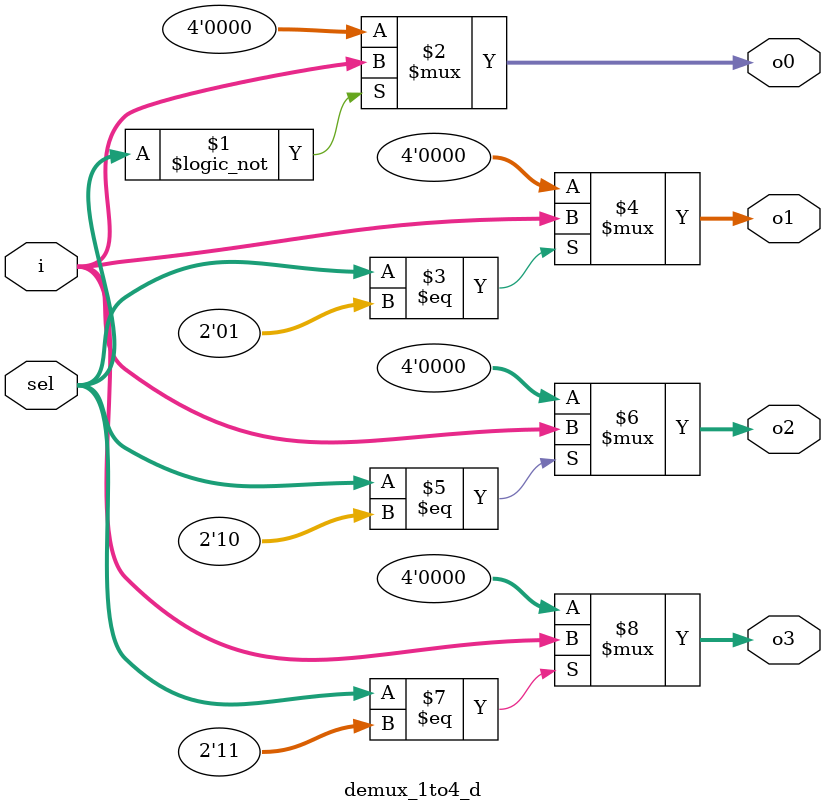
<source format=v>
module demux_1to4_d #(parameter width = 4)(
    input wire [width-1:0] i,
    input wire [1:0] sel,
    output [width-1:0] o0,
    output [width-1:0] o1,
    output [width-1:0] o2,
    output [width-1:0] o3
);

    assign o0 = (sel == 2'b00) ? i : {width{1'b0}};
    assign o1 = (sel == 2'b01) ? i : {width{1'b0}};
    assign o2 = (sel == 2'b10) ? i : {width{1'b0}};
    assign o3 = (sel == 2'b11) ? i : {width{1'b0}};

endmodule

</source>
